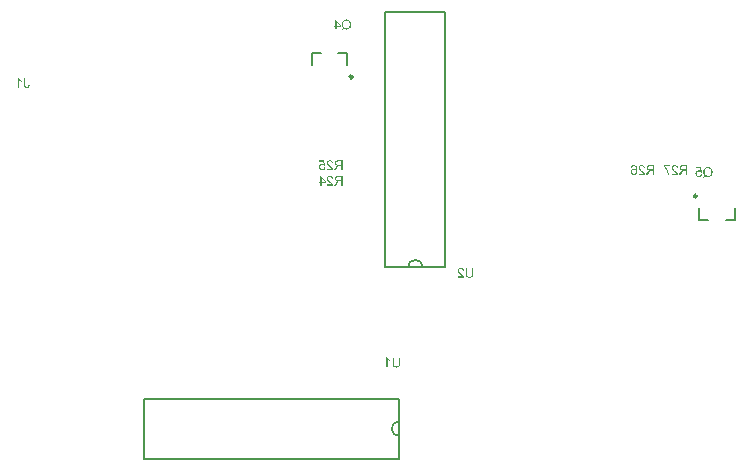
<source format=gbo>
G04*
G04 #@! TF.GenerationSoftware,Altium Limited,CircuitMaker,2.2.1 (2.2.1.6)*
G04*
G04 Layer_Color=13813960*
%FSLAX25Y25*%
%MOIN*%
G70*
G04*
G04 #@! TF.SameCoordinates,7D6918CB-AAF1-45DD-B34D-4DF02806F7BC*
G04*
G04*
G04 #@! TF.FilePolarity,Positive*
G04*
G01*
G75*
%ADD10C,0.00984*%
%ADD11C,0.00787*%
%ADD56C,0.00800*%
G36*
X276554Y128411D02*
X276635Y128406D01*
X276710Y128392D01*
X276781Y128377D01*
X276847Y128359D01*
X276909Y128340D01*
X276966Y128316D01*
X277018Y128292D01*
X277065Y128269D01*
X277103Y128245D01*
X277136Y128226D01*
X277164Y128207D01*
X277188Y128193D01*
X277202Y128179D01*
X277211Y128174D01*
X277216Y128169D01*
X277264Y128122D01*
X277306Y128070D01*
X277349Y128013D01*
X277382Y127956D01*
X277439Y127843D01*
X277476Y127729D01*
X277491Y127677D01*
X277505Y127625D01*
X277514Y127583D01*
X277524Y127545D01*
X277529Y127512D01*
Y127488D01*
X277533Y127474D01*
Y127469D01*
X277122Y127427D01*
X277112Y127535D01*
X277093Y127630D01*
X277065Y127715D01*
X277032Y127781D01*
X277003Y127838D01*
X276975Y127876D01*
X276956Y127900D01*
X276947Y127909D01*
X276876Y127966D01*
X276800Y128008D01*
X276720Y128042D01*
X276649Y128061D01*
X276583Y128075D01*
X276526Y128079D01*
X276507Y128084D01*
X276478D01*
X276379Y128079D01*
X276289Y128061D01*
X276214Y128032D01*
X276147Y128004D01*
X276095Y127971D01*
X276062Y127947D01*
X276039Y127928D01*
X276029Y127919D01*
X275972Y127852D01*
X275930Y127786D01*
X275897Y127720D01*
X275878Y127654D01*
X275864Y127602D01*
X275859Y127555D01*
X275854Y127526D01*
Y127521D01*
Y127517D01*
X275864Y127431D01*
X275882Y127342D01*
X275916Y127261D01*
X275949Y127185D01*
X275987Y127124D01*
X276020Y127072D01*
X276029Y127053D01*
X276039Y127039D01*
X276048Y127034D01*
Y127029D01*
X276086Y126977D01*
X276133Y126925D01*
X276185Y126869D01*
X276242Y126812D01*
X276360Y126698D01*
X276478Y126585D01*
X276540Y126533D01*
X276592Y126486D01*
X276644Y126443D01*
X276687Y126405D01*
X276720Y126377D01*
X276748Y126353D01*
X276767Y126339D01*
X276772Y126334D01*
X276890Y126235D01*
X276999Y126140D01*
X277089Y126055D01*
X277160Y125984D01*
X277221Y125923D01*
X277264Y125880D01*
X277287Y125852D01*
X277297Y125847D01*
Y125842D01*
X277363Y125762D01*
X277415Y125686D01*
X277462Y125610D01*
X277500Y125544D01*
X277529Y125487D01*
X277547Y125445D01*
X277557Y125417D01*
X277562Y125412D01*
Y125407D01*
X277580Y125355D01*
X277590Y125308D01*
X277599Y125260D01*
X277604Y125218D01*
X277609Y125180D01*
Y125152D01*
Y125133D01*
Y125128D01*
X275438D01*
Y125516D01*
X277051D01*
X276994Y125596D01*
X276966Y125629D01*
X276942Y125663D01*
X276918Y125691D01*
X276899Y125710D01*
X276885Y125724D01*
X276880Y125729D01*
X276857Y125752D01*
X276828Y125776D01*
X276762Y125838D01*
X276687Y125908D01*
X276606Y125979D01*
X276530Y126041D01*
X276497Y126069D01*
X276469Y126098D01*
X276445Y126117D01*
X276426Y126131D01*
X276417Y126140D01*
X276412Y126145D01*
X276337Y126211D01*
X276261Y126273D01*
X276195Y126334D01*
X276133Y126386D01*
X276076Y126438D01*
X276029Y126486D01*
X275982Y126528D01*
X275944Y126566D01*
X275906Y126604D01*
X275878Y126632D01*
X275854Y126656D01*
X275830Y126679D01*
X275807Y126708D01*
X275797Y126717D01*
X275731Y126798D01*
X275674Y126869D01*
X275627Y126940D01*
X275589Y126996D01*
X275561Y127048D01*
X275542Y127086D01*
X275532Y127110D01*
X275528Y127119D01*
X275499Y127190D01*
X275480Y127261D01*
X275461Y127327D01*
X275452Y127384D01*
X275447Y127436D01*
X275443Y127474D01*
Y127498D01*
Y127507D01*
X275447Y127578D01*
X275457Y127644D01*
X275466Y127711D01*
X275485Y127767D01*
X275532Y127881D01*
X275580Y127971D01*
X275608Y128013D01*
X275632Y128046D01*
X275655Y128079D01*
X275679Y128103D01*
X275698Y128122D01*
X275707Y128141D01*
X275717Y128146D01*
X275722Y128150D01*
X275774Y128198D01*
X275830Y128240D01*
X275892Y128273D01*
X275953Y128302D01*
X276076Y128349D01*
X276199Y128382D01*
X276251Y128392D01*
X276303Y128401D01*
X276351Y128406D01*
X276389Y128411D01*
X276422Y128415D01*
X276469D01*
X276554Y128411D01*
D02*
G37*
G36*
X280683Y125128D02*
X280248D01*
Y126580D01*
X279690D01*
X279638Y126575D01*
X279600D01*
X279567Y126571D01*
X279543Y126566D01*
X279524D01*
X279515Y126561D01*
X279510D01*
X279435Y126538D01*
X279401Y126523D01*
X279373Y126509D01*
X279345Y126495D01*
X279326Y126486D01*
X279316Y126481D01*
X279312Y126476D01*
X279274Y126448D01*
X279236Y126415D01*
X279165Y126344D01*
X279132Y126311D01*
X279108Y126282D01*
X279094Y126263D01*
X279089Y126258D01*
X279042Y126192D01*
X278990Y126121D01*
X278938Y126046D01*
X278886Y125975D01*
X278843Y125908D01*
X278810Y125856D01*
X278796Y125838D01*
X278787Y125823D01*
X278777Y125814D01*
Y125809D01*
X278347Y125128D01*
X277807D01*
X278370Y126017D01*
X278437Y126112D01*
X278498Y126197D01*
X278560Y126268D01*
X278612Y126334D01*
X278659Y126381D01*
X278697Y126419D01*
X278720Y126443D01*
X278730Y126452D01*
X278768Y126481D01*
X278810Y126514D01*
X278895Y126566D01*
X278933Y126585D01*
X278962Y126604D01*
X278981Y126613D01*
X278990Y126618D01*
X278905Y126632D01*
X278824Y126646D01*
X278753Y126670D01*
X278683Y126689D01*
X278621Y126713D01*
X278564Y126741D01*
X278512Y126765D01*
X278465Y126788D01*
X278427Y126817D01*
X278389Y126840D01*
X278361Y126859D01*
X278337Y126878D01*
X278318Y126892D01*
X278304Y126907D01*
X278299Y126911D01*
X278295Y126916D01*
X278257Y126963D01*
X278219Y127011D01*
X278162Y127110D01*
X278124Y127209D01*
X278096Y127304D01*
X278077Y127384D01*
X278072Y127417D01*
Y127450D01*
X278068Y127474D01*
Y127493D01*
Y127502D01*
Y127507D01*
X278072Y127606D01*
X278087Y127696D01*
X278110Y127781D01*
X278134Y127852D01*
X278162Y127914D01*
X278181Y127961D01*
X278200Y127990D01*
X278205Y127994D01*
Y127999D01*
X278262Y128075D01*
X278318Y128141D01*
X278380Y128198D01*
X278437Y128240D01*
X278489Y128273D01*
X278531Y128292D01*
X278560Y128306D01*
X278564Y128311D01*
X278569D01*
X278612Y128325D01*
X278664Y128340D01*
X278768Y128363D01*
X278881Y128377D01*
X278985Y128392D01*
X279085Y128396D01*
X279127D01*
X279165Y128401D01*
X280683D01*
Y125128D01*
D02*
G37*
G36*
X274979Y127971D02*
X273376D01*
X273489Y127833D01*
X273598Y127687D01*
X273692Y127545D01*
X273782Y127408D01*
X273820Y127346D01*
X273853Y127290D01*
X273886Y127238D01*
X273910Y127195D01*
X273929Y127157D01*
X273943Y127134D01*
X273953Y127115D01*
X273957Y127110D01*
X274052Y126921D01*
X274137Y126731D01*
X274208Y126552D01*
X274236Y126471D01*
X274265Y126391D01*
X274293Y126320D01*
X274312Y126254D01*
X274331Y126197D01*
X274345Y126150D01*
X274359Y126107D01*
X274369Y126079D01*
X274374Y126060D01*
Y126055D01*
X274421Y125861D01*
X274440Y125767D01*
X274454Y125681D01*
X274468Y125601D01*
X274482Y125521D01*
X274492Y125454D01*
X274501Y125388D01*
X274506Y125331D01*
X274511Y125279D01*
X274515Y125232D01*
Y125194D01*
X274520Y125166D01*
Y125147D01*
Y125133D01*
Y125128D01*
X274109D01*
X274095Y125308D01*
X274071Y125473D01*
X274047Y125625D01*
X274033Y125696D01*
X274019Y125762D01*
X274009Y125819D01*
X273995Y125871D01*
X273986Y125918D01*
X273976Y125956D01*
X273967Y125984D01*
X273962Y126008D01*
X273957Y126022D01*
Y126027D01*
X273886Y126244D01*
X273811Y126448D01*
X273773Y126547D01*
X273735Y126642D01*
X273692Y126727D01*
X273655Y126812D01*
X273622Y126888D01*
X273588Y126954D01*
X273560Y127011D01*
X273536Y127063D01*
X273513Y127105D01*
X273499Y127134D01*
X273489Y127152D01*
X273484Y127157D01*
X273428Y127257D01*
X273371Y127356D01*
X273314Y127446D01*
X273257Y127531D01*
X273205Y127606D01*
X273153Y127682D01*
X273101Y127748D01*
X273059Y127805D01*
X273016Y127862D01*
X272978Y127909D01*
X272940Y127947D01*
X272912Y127980D01*
X272893Y128008D01*
X272874Y128027D01*
X272865Y128037D01*
X272860Y128042D01*
Y128359D01*
X274979D01*
Y127971D01*
D02*
G37*
G36*
X265530Y128439D02*
X265611Y128434D01*
X265686Y128420D01*
X265757Y128406D01*
X265824Y128387D01*
X265885Y128368D01*
X265942Y128344D01*
X265994Y128321D01*
X266041Y128297D01*
X266079Y128273D01*
X266112Y128254D01*
X266141Y128236D01*
X266164Y128221D01*
X266178Y128207D01*
X266188Y128202D01*
X266193Y128198D01*
X266240Y128150D01*
X266283Y128098D01*
X266325Y128042D01*
X266358Y127985D01*
X266415Y127871D01*
X266453Y127758D01*
X266467Y127706D01*
X266481Y127654D01*
X266491Y127611D01*
X266500Y127573D01*
X266505Y127540D01*
Y127517D01*
X266510Y127502D01*
Y127498D01*
X266098Y127455D01*
X266089Y127564D01*
X266070Y127658D01*
X266041Y127744D01*
X266008Y127810D01*
X265980Y127867D01*
X265951Y127904D01*
X265932Y127928D01*
X265923Y127938D01*
X265852Y127994D01*
X265776Y128037D01*
X265696Y128070D01*
X265625Y128089D01*
X265559Y128103D01*
X265502Y128108D01*
X265483Y128113D01*
X265455D01*
X265355Y128108D01*
X265266Y128089D01*
X265190Y128061D01*
X265124Y128032D01*
X265072Y127999D01*
X265038Y127975D01*
X265015Y127956D01*
X265005Y127947D01*
X264949Y127881D01*
X264906Y127815D01*
X264873Y127748D01*
X264854Y127682D01*
X264840Y127630D01*
X264835Y127583D01*
X264830Y127555D01*
Y127550D01*
Y127545D01*
X264840Y127460D01*
X264859Y127370D01*
X264892Y127290D01*
X264925Y127214D01*
X264963Y127152D01*
X264996Y127100D01*
X265005Y127082D01*
X265015Y127067D01*
X265024Y127063D01*
Y127058D01*
X265062Y127006D01*
X265109Y126954D01*
X265161Y126897D01*
X265218Y126840D01*
X265336Y126727D01*
X265455Y126613D01*
X265516Y126561D01*
X265568Y126514D01*
X265620Y126471D01*
X265663Y126434D01*
X265696Y126405D01*
X265724Y126381D01*
X265743Y126367D01*
X265748Y126363D01*
X265866Y126263D01*
X265975Y126169D01*
X266065Y126083D01*
X266136Y126013D01*
X266197Y125951D01*
X266240Y125908D01*
X266264Y125880D01*
X266273Y125875D01*
Y125871D01*
X266339Y125790D01*
X266391Y125715D01*
X266439Y125639D01*
X266476Y125573D01*
X266505Y125516D01*
X266524Y125473D01*
X266533Y125445D01*
X266538Y125440D01*
Y125435D01*
X266557Y125383D01*
X266566Y125336D01*
X266576Y125289D01*
X266581Y125246D01*
X266585Y125208D01*
Y125180D01*
Y125161D01*
Y125156D01*
X264414D01*
Y125544D01*
X266027D01*
X265970Y125625D01*
X265942Y125658D01*
X265918Y125691D01*
X265895Y125719D01*
X265876Y125738D01*
X265862Y125752D01*
X265857Y125757D01*
X265833Y125781D01*
X265805Y125804D01*
X265739Y125866D01*
X265663Y125937D01*
X265582Y126008D01*
X265507Y126069D01*
X265474Y126098D01*
X265445Y126126D01*
X265422Y126145D01*
X265403Y126159D01*
X265393Y126169D01*
X265388Y126173D01*
X265313Y126240D01*
X265237Y126301D01*
X265171Y126363D01*
X265109Y126415D01*
X265053Y126467D01*
X265005Y126514D01*
X264958Y126556D01*
X264920Y126594D01*
X264882Y126632D01*
X264854Y126661D01*
X264830Y126684D01*
X264807Y126708D01*
X264783Y126736D01*
X264774Y126746D01*
X264707Y126826D01*
X264651Y126897D01*
X264603Y126968D01*
X264565Y127025D01*
X264537Y127077D01*
X264518Y127115D01*
X264509Y127138D01*
X264504Y127148D01*
X264476Y127219D01*
X264457Y127290D01*
X264438Y127356D01*
X264428Y127413D01*
X264424Y127465D01*
X264419Y127502D01*
Y127526D01*
Y127535D01*
X264424Y127606D01*
X264433Y127673D01*
X264442Y127739D01*
X264461Y127796D01*
X264509Y127909D01*
X264556Y127999D01*
X264584Y128042D01*
X264608Y128075D01*
X264632Y128108D01*
X264655Y128131D01*
X264674Y128150D01*
X264684Y128169D01*
X264693Y128174D01*
X264698Y128179D01*
X264750Y128226D01*
X264807Y128269D01*
X264868Y128302D01*
X264930Y128330D01*
X265053Y128377D01*
X265176Y128411D01*
X265228Y128420D01*
X265280Y128429D01*
X265327Y128434D01*
X265365Y128439D01*
X265398Y128444D01*
X265445D01*
X265530Y128439D01*
D02*
G37*
G36*
X262919D02*
X263009Y128429D01*
X263094Y128411D01*
X263175Y128387D01*
X263246Y128354D01*
X263317Y128325D01*
X263378Y128288D01*
X263435Y128254D01*
X263482Y128221D01*
X263530Y128184D01*
X263567Y128155D01*
X263596Y128127D01*
X263619Y128098D01*
X263638Y128079D01*
X263648Y128070D01*
X263653Y128065D01*
X263714Y127980D01*
X263766Y127881D01*
X263813Y127777D01*
X263856Y127668D01*
X263889Y127555D01*
X263917Y127441D01*
X263941Y127323D01*
X263960Y127214D01*
X263974Y127105D01*
X263984Y127006D01*
X263993Y126916D01*
X263998Y126840D01*
Y126774D01*
X264003Y126727D01*
Y126708D01*
Y126694D01*
Y126689D01*
Y126684D01*
X263998Y126533D01*
X263988Y126391D01*
X263974Y126258D01*
X263951Y126136D01*
X263927Y126027D01*
X263903Y125927D01*
X263875Y125838D01*
X263842Y125757D01*
X263813Y125691D01*
X263785Y125629D01*
X263761Y125582D01*
X263733Y125540D01*
X263714Y125506D01*
X263700Y125487D01*
X263690Y125473D01*
X263686Y125469D01*
X263624Y125402D01*
X263558Y125346D01*
X263492Y125298D01*
X263426Y125256D01*
X263355Y125218D01*
X263288Y125189D01*
X263222Y125166D01*
X263156Y125147D01*
X263099Y125133D01*
X263042Y125119D01*
X262995Y125109D01*
X262953Y125104D01*
X262915D01*
X262891Y125100D01*
X262867D01*
X262759Y125104D01*
X262659Y125123D01*
X262569Y125142D01*
X262489Y125171D01*
X262428Y125194D01*
X262380Y125218D01*
X262361Y125223D01*
X262347Y125232D01*
X262342Y125237D01*
X262338D01*
X262257Y125294D01*
X262182Y125360D01*
X262120Y125426D01*
X262068Y125492D01*
X262025Y125554D01*
X261997Y125601D01*
X261988Y125620D01*
X261978Y125634D01*
X261974Y125639D01*
Y125644D01*
X261926Y125743D01*
X261893Y125847D01*
X261869Y125942D01*
X261855Y126031D01*
X261841Y126107D01*
Y126136D01*
X261836Y126164D01*
Y126188D01*
Y126202D01*
Y126211D01*
Y126216D01*
X261841Y126301D01*
X261851Y126381D01*
X261865Y126462D01*
X261879Y126533D01*
X261902Y126599D01*
X261926Y126665D01*
X261950Y126722D01*
X261978Y126774D01*
X262007Y126821D01*
X262030Y126864D01*
X262054Y126897D01*
X262078Y126930D01*
X262092Y126954D01*
X262106Y126968D01*
X262115Y126977D01*
X262120Y126982D01*
X262172Y127034D01*
X262229Y127082D01*
X262290Y127119D01*
X262347Y127152D01*
X262404Y127185D01*
X262461Y127209D01*
X262569Y127242D01*
X262617Y127257D01*
X262664Y127266D01*
X262702Y127271D01*
X262740Y127275D01*
X262768Y127280D01*
X262806D01*
X262891Y127275D01*
X262971Y127261D01*
X263047Y127247D01*
X263113Y127228D01*
X263170Y127204D01*
X263213Y127190D01*
X263241Y127176D01*
X263246Y127171D01*
X263251D01*
X263326Y127124D01*
X263392Y127072D01*
X263454Y127020D01*
X263501Y126963D01*
X263544Y126916D01*
X263577Y126878D01*
X263596Y126850D01*
X263601Y126845D01*
Y126930D01*
X263596Y127015D01*
X263591Y127091D01*
X263582Y127167D01*
X263577Y127233D01*
X263567Y127294D01*
X263558Y127351D01*
X263544Y127403D01*
X263534Y127450D01*
X263525Y127488D01*
X263515Y127521D01*
X263511Y127550D01*
X263501Y127569D01*
X263496Y127583D01*
X263492Y127592D01*
Y127597D01*
X263444Y127692D01*
X263397Y127777D01*
X263345Y127843D01*
X263298Y127900D01*
X263255Y127947D01*
X263222Y127980D01*
X263199Y127999D01*
X263189Y128004D01*
X263132Y128042D01*
X263076Y128065D01*
X263019Y128084D01*
X262962Y128098D01*
X262919Y128108D01*
X262882Y128113D01*
X262848D01*
X262763Y128103D01*
X262683Y128084D01*
X262617Y128056D01*
X262555Y128027D01*
X262508Y127994D01*
X262475Y127966D01*
X262456Y127947D01*
X262446Y127938D01*
X262413Y127895D01*
X262380Y127843D01*
X262352Y127786D01*
X262333Y127729D01*
X262314Y127677D01*
X262300Y127635D01*
X262295Y127606D01*
X262290Y127602D01*
Y127597D01*
X261888Y127630D01*
X261917Y127763D01*
X261959Y127881D01*
X262007Y127985D01*
X262059Y128070D01*
X262111Y128136D01*
X262130Y128165D01*
X262153Y128188D01*
X262167Y128202D01*
X262182Y128217D01*
X262186Y128221D01*
X262191Y128226D01*
X262238Y128264D01*
X262290Y128297D01*
X262394Y128354D01*
X262498Y128392D01*
X262598Y128415D01*
X262688Y128434D01*
X262726Y128439D01*
X262759D01*
X262787Y128444D01*
X262825D01*
X262919Y128439D01*
D02*
G37*
G36*
X269660Y125156D02*
X269225D01*
Y126609D01*
X268666D01*
X268614Y126604D01*
X268577D01*
X268544Y126599D01*
X268520Y126594D01*
X268501D01*
X268491Y126590D01*
X268487D01*
X268411Y126566D01*
X268378Y126552D01*
X268350Y126538D01*
X268321Y126523D01*
X268302Y126514D01*
X268293Y126509D01*
X268288Y126504D01*
X268250Y126476D01*
X268212Y126443D01*
X268141Y126372D01*
X268108Y126339D01*
X268085Y126311D01*
X268071Y126292D01*
X268066Y126287D01*
X268018Y126221D01*
X267966Y126150D01*
X267914Y126074D01*
X267862Y126003D01*
X267820Y125937D01*
X267787Y125885D01*
X267773Y125866D01*
X267763Y125852D01*
X267754Y125842D01*
Y125838D01*
X267323Y125156D01*
X266784D01*
X267347Y126046D01*
X267413Y126140D01*
X267475Y126225D01*
X267536Y126296D01*
X267588Y126363D01*
X267635Y126410D01*
X267673Y126448D01*
X267697Y126471D01*
X267706Y126481D01*
X267744Y126509D01*
X267787Y126542D01*
X267872Y126594D01*
X267910Y126613D01*
X267938Y126632D01*
X267957Y126642D01*
X267966Y126646D01*
X267881Y126661D01*
X267801Y126675D01*
X267730Y126698D01*
X267659Y126717D01*
X267598Y126741D01*
X267541Y126769D01*
X267489Y126793D01*
X267441Y126817D01*
X267404Y126845D01*
X267366Y126869D01*
X267337Y126888D01*
X267314Y126907D01*
X267295Y126921D01*
X267281Y126935D01*
X267276Y126940D01*
X267271Y126944D01*
X267233Y126992D01*
X267195Y127039D01*
X267139Y127138D01*
X267101Y127238D01*
X267072Y127332D01*
X267054Y127413D01*
X267049Y127446D01*
Y127479D01*
X267044Y127502D01*
Y127521D01*
Y127531D01*
Y127535D01*
X267049Y127635D01*
X267063Y127725D01*
X267087Y127810D01*
X267110Y127881D01*
X267139Y127942D01*
X267158Y127990D01*
X267177Y128018D01*
X267181Y128023D01*
Y128027D01*
X267238Y128103D01*
X267295Y128169D01*
X267356Y128226D01*
X267413Y128269D01*
X267465Y128302D01*
X267508Y128321D01*
X267536Y128335D01*
X267541Y128340D01*
X267545D01*
X267588Y128354D01*
X267640Y128368D01*
X267744Y128392D01*
X267858Y128406D01*
X267962Y128420D01*
X268061Y128425D01*
X268104D01*
X268141Y128429D01*
X269660D01*
Y125156D01*
D02*
G37*
G36*
X161605Y130014D02*
X161686Y130009D01*
X161761Y129995D01*
X161832Y129981D01*
X161899Y129962D01*
X161960Y129943D01*
X162017Y129919D01*
X162069Y129895D01*
X162116Y129872D01*
X162154Y129848D01*
X162187Y129829D01*
X162215Y129810D01*
X162239Y129796D01*
X162253Y129782D01*
X162263Y129777D01*
X162267Y129773D01*
X162315Y129725D01*
X162357Y129673D01*
X162400Y129616D01*
X162433Y129560D01*
X162490Y129446D01*
X162528Y129333D01*
X162542Y129281D01*
X162556Y129229D01*
X162566Y129186D01*
X162575Y129148D01*
X162580Y129115D01*
Y129091D01*
X162584Y129077D01*
Y129072D01*
X162173Y129030D01*
X162163Y129139D01*
X162144Y129233D01*
X162116Y129318D01*
X162083Y129385D01*
X162055Y129441D01*
X162026Y129479D01*
X162007Y129503D01*
X161998Y129512D01*
X161927Y129569D01*
X161851Y129612D01*
X161771Y129645D01*
X161700Y129664D01*
X161634Y129678D01*
X161577Y129683D01*
X161558Y129687D01*
X161530D01*
X161430Y129683D01*
X161340Y129664D01*
X161265Y129635D01*
X161198Y129607D01*
X161146Y129574D01*
X161113Y129550D01*
X161090Y129531D01*
X161080Y129522D01*
X161023Y129456D01*
X160981Y129389D01*
X160948Y129323D01*
X160929Y129257D01*
X160915Y129205D01*
X160910Y129158D01*
X160905Y129129D01*
Y129124D01*
Y129120D01*
X160915Y129035D01*
X160934Y128945D01*
X160967Y128864D01*
X161000Y128789D01*
X161038Y128727D01*
X161071Y128675D01*
X161080Y128656D01*
X161090Y128642D01*
X161099Y128637D01*
Y128633D01*
X161137Y128581D01*
X161184Y128529D01*
X161236Y128472D01*
X161293Y128415D01*
X161411Y128302D01*
X161530Y128188D01*
X161591Y128136D01*
X161643Y128089D01*
X161695Y128046D01*
X161738Y128008D01*
X161771Y127980D01*
X161799Y127956D01*
X161818Y127942D01*
X161823Y127937D01*
X161941Y127838D01*
X162050Y127743D01*
X162140Y127658D01*
X162211Y127587D01*
X162272Y127526D01*
X162315Y127483D01*
X162338Y127455D01*
X162348Y127450D01*
Y127445D01*
X162414Y127365D01*
X162466Y127289D01*
X162513Y127214D01*
X162551Y127147D01*
X162580Y127091D01*
X162599Y127048D01*
X162608Y127020D01*
X162613Y127015D01*
Y127010D01*
X162632Y126958D01*
X162641Y126911D01*
X162651Y126864D01*
X162655Y126821D01*
X162660Y126783D01*
Y126755D01*
Y126736D01*
Y126731D01*
X160489D01*
Y127119D01*
X162102D01*
X162045Y127199D01*
X162017Y127233D01*
X161993Y127266D01*
X161969Y127294D01*
X161951Y127313D01*
X161936Y127327D01*
X161932Y127332D01*
X161908Y127356D01*
X161880Y127379D01*
X161813Y127441D01*
X161738Y127512D01*
X161657Y127583D01*
X161582Y127644D01*
X161548Y127672D01*
X161520Y127701D01*
X161496Y127720D01*
X161477Y127734D01*
X161468Y127743D01*
X161463Y127748D01*
X161388Y127814D01*
X161312Y127876D01*
X161246Y127937D01*
X161184Y127989D01*
X161127Y128041D01*
X161080Y128089D01*
X161033Y128131D01*
X160995Y128169D01*
X160957Y128207D01*
X160929Y128235D01*
X160905Y128259D01*
X160882Y128283D01*
X160858Y128311D01*
X160848Y128321D01*
X160782Y128401D01*
X160725Y128472D01*
X160678Y128543D01*
X160640Y128600D01*
X160612Y128651D01*
X160593Y128689D01*
X160584Y128713D01*
X160579Y128723D01*
X160550Y128794D01*
X160531Y128864D01*
X160513Y128931D01*
X160503Y128987D01*
X160498Y129039D01*
X160494Y129077D01*
Y129101D01*
Y129110D01*
X160498Y129181D01*
X160508Y129247D01*
X160517Y129314D01*
X160536Y129370D01*
X160584Y129484D01*
X160631Y129574D01*
X160659Y129616D01*
X160683Y129650D01*
X160707Y129683D01*
X160730Y129706D01*
X160749Y129725D01*
X160759Y129744D01*
X160768Y129749D01*
X160773Y129754D01*
X160825Y129801D01*
X160882Y129843D01*
X160943Y129877D01*
X161004Y129905D01*
X161127Y129952D01*
X161250Y129985D01*
X161302Y129995D01*
X161355Y130004D01*
X161402Y130009D01*
X161440Y130014D01*
X161473Y130018D01*
X161520D01*
X161605Y130014D01*
D02*
G37*
G36*
X159988Y128278D02*
X159609Y128226D01*
X159576Y128278D01*
X159534Y128321D01*
X159496Y128363D01*
X159458Y128396D01*
X159420Y128420D01*
X159392Y128443D01*
X159373Y128453D01*
X159368Y128458D01*
X159307Y128486D01*
X159245Y128510D01*
X159188Y128524D01*
X159132Y128538D01*
X159084Y128543D01*
X159046Y128548D01*
X158957D01*
X158900Y128538D01*
X158800Y128514D01*
X158715Y128481D01*
X158640Y128448D01*
X158583Y128410D01*
X158540Y128377D01*
X158517Y128354D01*
X158507Y128349D01*
Y128344D01*
X158441Y128264D01*
X158394Y128179D01*
X158361Y128089D01*
X158337Y127999D01*
X158323Y127923D01*
X158318Y127890D01*
Y127862D01*
X158313Y127838D01*
Y127819D01*
Y127810D01*
Y127805D01*
Y127739D01*
X158323Y127677D01*
X158346Y127559D01*
X158379Y127460D01*
X158413Y127379D01*
X158450Y127313D01*
X158484Y127261D01*
X158498Y127247D01*
X158507Y127233D01*
X158512Y127228D01*
X158517Y127223D01*
X158554Y127185D01*
X158592Y127152D01*
X158677Y127095D01*
X158758Y127058D01*
X158838Y127034D01*
X158904Y127015D01*
X158961Y127010D01*
X158980Y127006D01*
X159009D01*
X159098Y127010D01*
X159179Y127029D01*
X159250Y127053D01*
X159307Y127081D01*
X159359Y127110D01*
X159396Y127133D01*
X159415Y127152D01*
X159425Y127157D01*
X159482Y127223D01*
X159529Y127294D01*
X159567Y127374D01*
X159595Y127445D01*
X159614Y127516D01*
X159628Y127568D01*
X159633Y127592D01*
X159638Y127606D01*
Y127616D01*
Y127620D01*
X160058Y127587D01*
X160049Y127512D01*
X160035Y127441D01*
X159992Y127308D01*
X159940Y127195D01*
X159912Y127143D01*
X159883Y127100D01*
X159860Y127058D01*
X159832Y127020D01*
X159808Y126991D01*
X159784Y126968D01*
X159765Y126949D01*
X159756Y126930D01*
X159746Y126925D01*
X159742Y126920D01*
X159685Y126878D01*
X159628Y126840D01*
X159567Y126807D01*
X159505Y126778D01*
X159387Y126736D01*
X159269Y126707D01*
X159217Y126693D01*
X159165Y126689D01*
X159122Y126684D01*
X159084Y126679D01*
X159051Y126674D01*
X159009D01*
X158909Y126679D01*
X158815Y126693D01*
X158725Y126712D01*
X158644Y126736D01*
X158569Y126769D01*
X158498Y126802D01*
X158431Y126835D01*
X158375Y126873D01*
X158323Y126911D01*
X158275Y126944D01*
X158238Y126982D01*
X158204Y127010D01*
X158181Y127034D01*
X158162Y127053D01*
X158152Y127067D01*
X158148Y127072D01*
X158100Y127133D01*
X158063Y127199D01*
X158025Y127261D01*
X157996Y127327D01*
X157949Y127455D01*
X157921Y127578D01*
X157911Y127630D01*
X157902Y127682D01*
X157897Y127725D01*
X157892Y127762D01*
X157887Y127795D01*
Y127819D01*
Y127833D01*
Y127838D01*
X157892Y127923D01*
X157902Y128004D01*
X157916Y128084D01*
X157935Y128155D01*
X157958Y128221D01*
X157982Y128287D01*
X158010Y128344D01*
X158034Y128396D01*
X158063Y128443D01*
X158091Y128486D01*
X158115Y128519D01*
X158138Y128552D01*
X158157Y128576D01*
X158171Y128590D01*
X158181Y128600D01*
X158186Y128604D01*
X158242Y128656D01*
X158299Y128704D01*
X158361Y128741D01*
X158422Y128774D01*
X158484Y128808D01*
X158545Y128831D01*
X158659Y128864D01*
X158711Y128879D01*
X158758Y128888D01*
X158800Y128893D01*
X158838Y128898D01*
X158867Y128902D01*
X158971D01*
X159027Y128893D01*
X159141Y128869D01*
X159245Y128836D01*
X159340Y128798D01*
X159415Y128760D01*
X159448Y128741D01*
X159477Y128727D01*
X159500Y128713D01*
X159515Y128704D01*
X159524Y128699D01*
X159529Y128694D01*
X159354Y129579D01*
X158044D01*
Y129962D01*
X159671D01*
X159988Y128278D01*
D02*
G37*
G36*
X165735Y126731D02*
X165299D01*
Y128183D01*
X164741D01*
X164689Y128179D01*
X164651D01*
X164618Y128174D01*
X164595Y128169D01*
X164576D01*
X164566Y128164D01*
X164561D01*
X164486Y128141D01*
X164453Y128127D01*
X164424Y128112D01*
X164396Y128098D01*
X164377Y128089D01*
X164368Y128084D01*
X164363Y128079D01*
X164325Y128051D01*
X164287Y128018D01*
X164216Y127947D01*
X164183Y127914D01*
X164160Y127885D01*
X164145Y127866D01*
X164140Y127862D01*
X164093Y127795D01*
X164041Y127725D01*
X163989Y127649D01*
X163937Y127578D01*
X163895Y127512D01*
X163862Y127460D01*
X163847Y127441D01*
X163838Y127427D01*
X163828Y127417D01*
Y127412D01*
X163398Y126731D01*
X162859D01*
X163422Y127620D01*
X163488Y127715D01*
X163549Y127800D01*
X163611Y127871D01*
X163663Y127937D01*
X163710Y127985D01*
X163748Y128023D01*
X163772Y128046D01*
X163781Y128056D01*
X163819Y128084D01*
X163862Y128117D01*
X163947Y128169D01*
X163984Y128188D01*
X164013Y128207D01*
X164032Y128216D01*
X164041Y128221D01*
X163956Y128235D01*
X163876Y128250D01*
X163805Y128273D01*
X163734Y128292D01*
X163672Y128316D01*
X163616Y128344D01*
X163564Y128368D01*
X163516Y128391D01*
X163478Y128420D01*
X163441Y128443D01*
X163412Y128462D01*
X163389Y128481D01*
X163370Y128496D01*
X163355Y128510D01*
X163351Y128514D01*
X163346Y128519D01*
X163308Y128566D01*
X163270Y128614D01*
X163214Y128713D01*
X163176Y128812D01*
X163147Y128907D01*
X163128Y128987D01*
X163124Y129021D01*
Y129054D01*
X163119Y129077D01*
Y129096D01*
Y129106D01*
Y129110D01*
X163124Y129210D01*
X163138Y129300D01*
X163161Y129385D01*
X163185Y129456D01*
X163214Y129517D01*
X163232Y129564D01*
X163251Y129593D01*
X163256Y129598D01*
Y129602D01*
X163313Y129678D01*
X163370Y129744D01*
X163431Y129801D01*
X163488Y129843D01*
X163540Y129877D01*
X163582Y129895D01*
X163611Y129910D01*
X163616Y129914D01*
X163620D01*
X163663Y129929D01*
X163715Y129943D01*
X163819Y129966D01*
X163932Y129981D01*
X164037Y129995D01*
X164136Y130000D01*
X164178D01*
X164216Y130004D01*
X165735D01*
Y126731D01*
D02*
G37*
G36*
X161586Y124867D02*
X161667Y124863D01*
X161742Y124848D01*
X161813Y124834D01*
X161880Y124815D01*
X161941Y124796D01*
X161998Y124773D01*
X162050Y124749D01*
X162097Y124725D01*
X162135Y124702D01*
X162168Y124683D01*
X162197Y124664D01*
X162220Y124650D01*
X162234Y124636D01*
X162244Y124631D01*
X162249Y124626D01*
X162296Y124579D01*
X162338Y124527D01*
X162381Y124470D01*
X162414Y124413D01*
X162471Y124300D01*
X162509Y124186D01*
X162523Y124134D01*
X162537Y124082D01*
X162547Y124040D01*
X162556Y124002D01*
X162561Y123969D01*
Y123945D01*
X162566Y123931D01*
Y123926D01*
X162154Y123883D01*
X162144Y123992D01*
X162126Y124087D01*
X162097Y124172D01*
X162064Y124238D01*
X162036Y124295D01*
X162007Y124333D01*
X161988Y124356D01*
X161979Y124366D01*
X161908Y124423D01*
X161832Y124465D01*
X161752Y124498D01*
X161681Y124517D01*
X161615Y124531D01*
X161558Y124536D01*
X161539Y124541D01*
X161511D01*
X161411Y124536D01*
X161321Y124517D01*
X161246Y124489D01*
X161180Y124460D01*
X161127Y124427D01*
X161094Y124404D01*
X161071Y124385D01*
X161061Y124375D01*
X161004Y124309D01*
X160962Y124243D01*
X160929Y124177D01*
X160910Y124110D01*
X160896Y124058D01*
X160891Y124011D01*
X160886Y123983D01*
Y123978D01*
Y123973D01*
X160896Y123888D01*
X160915Y123798D01*
X160948Y123718D01*
X160981Y123642D01*
X161019Y123581D01*
X161052Y123529D01*
X161061Y123510D01*
X161071Y123496D01*
X161080Y123491D01*
Y123486D01*
X161118Y123434D01*
X161165Y123382D01*
X161217Y123325D01*
X161274Y123269D01*
X161392Y123155D01*
X161511Y123041D01*
X161572Y122989D01*
X161624Y122942D01*
X161676Y122900D01*
X161719Y122862D01*
X161752Y122833D01*
X161780Y122810D01*
X161799Y122796D01*
X161804Y122791D01*
X161922Y122692D01*
X162031Y122597D01*
X162121Y122512D01*
X162192Y122441D01*
X162253Y122379D01*
X162296Y122337D01*
X162320Y122308D01*
X162329Y122304D01*
Y122299D01*
X162395Y122219D01*
X162447Y122143D01*
X162495Y122067D01*
X162532Y122001D01*
X162561Y121944D01*
X162580Y121902D01*
X162589Y121873D01*
X162594Y121869D01*
Y121864D01*
X162613Y121812D01*
X162622Y121764D01*
X162632Y121717D01*
X162636Y121675D01*
X162641Y121637D01*
Y121608D01*
Y121589D01*
Y121585D01*
X160470D01*
Y121973D01*
X162083D01*
X162026Y122053D01*
X161998Y122086D01*
X161974Y122119D01*
X161951Y122148D01*
X161932Y122167D01*
X161917Y122181D01*
X161913Y122185D01*
X161889Y122209D01*
X161861Y122233D01*
X161794Y122294D01*
X161719Y122365D01*
X161638Y122436D01*
X161563Y122498D01*
X161530Y122526D01*
X161501Y122554D01*
X161477Y122573D01*
X161459Y122587D01*
X161449Y122597D01*
X161444Y122602D01*
X161369Y122668D01*
X161293Y122729D01*
X161227Y122791D01*
X161165Y122843D01*
X161109Y122895D01*
X161061Y122942D01*
X161014Y122985D01*
X160976Y123023D01*
X160938Y123060D01*
X160910Y123089D01*
X160886Y123112D01*
X160863Y123136D01*
X160839Y123164D01*
X160829Y123174D01*
X160763Y123254D01*
X160707Y123325D01*
X160659Y123396D01*
X160621Y123453D01*
X160593Y123505D01*
X160574Y123543D01*
X160565Y123567D01*
X160560Y123576D01*
X160531Y123647D01*
X160513Y123718D01*
X160494Y123784D01*
X160484Y123841D01*
X160479Y123893D01*
X160475Y123931D01*
Y123954D01*
Y123964D01*
X160479Y124035D01*
X160489Y124101D01*
X160498Y124167D01*
X160517Y124224D01*
X160565Y124337D01*
X160612Y124427D01*
X160640Y124470D01*
X160664Y124503D01*
X160688Y124536D01*
X160711Y124560D01*
X160730Y124579D01*
X160740Y124598D01*
X160749Y124602D01*
X160754Y124607D01*
X160806Y124654D01*
X160863Y124697D01*
X160924Y124730D01*
X160986Y124759D01*
X161109Y124806D01*
X161232Y124839D01*
X161284Y124848D01*
X161336Y124858D01*
X161383Y124863D01*
X161421Y124867D01*
X161454Y124872D01*
X161501D01*
X161586Y124867D01*
D02*
G37*
G36*
X165716Y121585D02*
X165280D01*
Y123037D01*
X164722D01*
X164670Y123032D01*
X164632D01*
X164599Y123027D01*
X164576Y123023D01*
X164557D01*
X164547Y123018D01*
X164543D01*
X164467Y122994D01*
X164434Y122980D01*
X164405Y122966D01*
X164377Y122952D01*
X164358Y122942D01*
X164349Y122938D01*
X164344Y122933D01*
X164306Y122904D01*
X164268Y122871D01*
X164197Y122800D01*
X164164Y122767D01*
X164140Y122739D01*
X164126Y122720D01*
X164122Y122715D01*
X164074Y122649D01*
X164022Y122578D01*
X163970Y122502D01*
X163918Y122431D01*
X163876Y122365D01*
X163843Y122313D01*
X163828Y122294D01*
X163819Y122280D01*
X163809Y122271D01*
Y122266D01*
X163379Y121585D01*
X162840D01*
X163403Y122474D01*
X163469Y122569D01*
X163530Y122654D01*
X163592Y122725D01*
X163644Y122791D01*
X163691Y122838D01*
X163729Y122876D01*
X163753Y122900D01*
X163762Y122909D01*
X163800Y122938D01*
X163843Y122971D01*
X163928Y123023D01*
X163965Y123041D01*
X163994Y123060D01*
X164013Y123070D01*
X164022Y123075D01*
X163937Y123089D01*
X163857Y123103D01*
X163786Y123127D01*
X163715Y123146D01*
X163653Y123169D01*
X163597Y123198D01*
X163545Y123221D01*
X163497Y123245D01*
X163459Y123273D01*
X163422Y123297D01*
X163393Y123316D01*
X163370Y123335D01*
X163351Y123349D01*
X163336Y123363D01*
X163332Y123368D01*
X163327Y123373D01*
X163289Y123420D01*
X163251Y123467D01*
X163195Y123567D01*
X163157Y123666D01*
X163128Y123760D01*
X163109Y123841D01*
X163105Y123874D01*
Y123907D01*
X163100Y123931D01*
Y123950D01*
Y123959D01*
Y123964D01*
X163105Y124063D01*
X163119Y124153D01*
X163143Y124238D01*
X163166Y124309D01*
X163195Y124371D01*
X163214Y124418D01*
X163232Y124446D01*
X163237Y124451D01*
Y124456D01*
X163294Y124531D01*
X163351Y124598D01*
X163412Y124654D01*
X163469Y124697D01*
X163521Y124730D01*
X163564Y124749D01*
X163592Y124763D01*
X163597Y124768D01*
X163601D01*
X163644Y124782D01*
X163696Y124796D01*
X163800Y124820D01*
X163914Y124834D01*
X164018Y124848D01*
X164117Y124853D01*
X164160D01*
X164197Y124858D01*
X165716D01*
Y121585D01*
D02*
G37*
G36*
X160177Y122739D02*
Y122370D01*
X158753D01*
Y121585D01*
X158351D01*
Y122370D01*
X157906D01*
Y122739D01*
X158351D01*
Y124858D01*
X158677D01*
X160177Y122739D01*
D02*
G37*
G36*
X285461Y125994D02*
X285083Y125942D01*
X285050Y125994D01*
X285007Y126036D01*
X284969Y126079D01*
X284931Y126112D01*
X284894Y126136D01*
X284865Y126159D01*
X284846Y126169D01*
X284842Y126173D01*
X284780Y126202D01*
X284719Y126225D01*
X284662Y126240D01*
X284605Y126254D01*
X284558Y126259D01*
X284520Y126263D01*
X284430D01*
X284373Y126254D01*
X284274Y126230D01*
X284189Y126197D01*
X284113Y126164D01*
X284056Y126126D01*
X284014Y126093D01*
X283990Y126069D01*
X283981Y126065D01*
Y126060D01*
X283915Y125979D01*
X283867Y125894D01*
X283834Y125804D01*
X283810Y125715D01*
X283796Y125639D01*
X283792Y125606D01*
Y125577D01*
X283787Y125554D01*
Y125535D01*
Y125525D01*
Y125521D01*
Y125454D01*
X283796Y125393D01*
X283820Y125275D01*
X283853Y125175D01*
X283886Y125095D01*
X283924Y125029D01*
X283957Y124977D01*
X283971Y124963D01*
X283981Y124948D01*
X283985Y124944D01*
X283990Y124939D01*
X284028Y124901D01*
X284066Y124868D01*
X284151Y124811D01*
X284231Y124773D01*
X284312Y124750D01*
X284378Y124731D01*
X284435Y124726D01*
X284454Y124721D01*
X284482D01*
X284572Y124726D01*
X284652Y124745D01*
X284723Y124769D01*
X284780Y124797D01*
X284832Y124825D01*
X284870Y124849D01*
X284889Y124868D01*
X284898Y124873D01*
X284955Y124939D01*
X285002Y125010D01*
X285040Y125090D01*
X285069Y125161D01*
X285088Y125232D01*
X285102Y125284D01*
X285107Y125308D01*
X285111Y125322D01*
Y125331D01*
Y125336D01*
X285532Y125303D01*
X285523Y125227D01*
X285509Y125156D01*
X285466Y125024D01*
X285414Y124910D01*
X285386Y124858D01*
X285357Y124816D01*
X285334Y124773D01*
X285305Y124735D01*
X285282Y124707D01*
X285258Y124683D01*
X285239Y124665D01*
X285229Y124646D01*
X285220Y124641D01*
X285215Y124636D01*
X285159Y124594D01*
X285102Y124556D01*
X285040Y124523D01*
X284979Y124494D01*
X284861Y124452D01*
X284742Y124423D01*
X284690Y124409D01*
X284638Y124404D01*
X284596Y124400D01*
X284558Y124395D01*
X284525Y124390D01*
X284482D01*
X284383Y124395D01*
X284288Y124409D01*
X284198Y124428D01*
X284118Y124452D01*
X284042Y124485D01*
X283971Y124518D01*
X283905Y124551D01*
X283848Y124589D01*
X283796Y124627D01*
X283749Y124660D01*
X283711Y124698D01*
X283678Y124726D01*
X283654Y124750D01*
X283635Y124769D01*
X283626Y124783D01*
X283621Y124788D01*
X283574Y124849D01*
X283536Y124915D01*
X283498Y124977D01*
X283470Y125043D01*
X283423Y125171D01*
X283394Y125294D01*
X283385Y125346D01*
X283375Y125398D01*
X283371Y125440D01*
X283366Y125478D01*
X283361Y125511D01*
Y125535D01*
Y125549D01*
Y125554D01*
X283366Y125639D01*
X283375Y125719D01*
X283390Y125800D01*
X283408Y125871D01*
X283432Y125937D01*
X283456Y126003D01*
X283484Y126060D01*
X283508Y126112D01*
X283536Y126159D01*
X283565Y126202D01*
X283588Y126235D01*
X283612Y126268D01*
X283631Y126292D01*
X283645Y126306D01*
X283654Y126315D01*
X283659Y126320D01*
X283716Y126372D01*
X283773Y126419D01*
X283834Y126457D01*
X283896Y126490D01*
X283957Y126523D01*
X284019Y126547D01*
X284132Y126580D01*
X284184Y126594D01*
X284231Y126604D01*
X284274Y126609D01*
X284312Y126613D01*
X284340Y126618D01*
X284444D01*
X284501Y126609D01*
X284615Y126585D01*
X284719Y126552D01*
X284813Y126514D01*
X284889Y126476D01*
X284922Y126457D01*
X284950Y126443D01*
X284974Y126429D01*
X284988Y126419D01*
X284998Y126415D01*
X285002Y126410D01*
X284827Y127295D01*
X283517D01*
Y127678D01*
X285144D01*
X285461Y125994D01*
D02*
G37*
G36*
X287680Y127768D02*
X287831Y127744D01*
X287968Y127711D01*
X288030Y127692D01*
X288091Y127673D01*
X288143Y127654D01*
X288191Y127635D01*
X288228Y127616D01*
X288262Y127602D01*
X288290Y127588D01*
X288309Y127578D01*
X288323Y127574D01*
X288328Y127569D01*
X288455Y127484D01*
X288564Y127384D01*
X288664Y127285D01*
X288739Y127190D01*
X288805Y127101D01*
X288829Y127063D01*
X288848Y127030D01*
X288867Y127001D01*
X288876Y126982D01*
X288881Y126968D01*
X288886Y126963D01*
X288952Y126812D01*
X288999Y126656D01*
X289033Y126509D01*
X289056Y126372D01*
X289066Y126311D01*
X289070Y126254D01*
X289075Y126202D01*
Y126159D01*
X289080Y126126D01*
Y126102D01*
Y126084D01*
Y126079D01*
X289070Y125904D01*
X289051Y125738D01*
X289033Y125658D01*
X289018Y125587D01*
X288999Y125521D01*
X288980Y125459D01*
X288966Y125402D01*
X288947Y125350D01*
X288928Y125308D01*
X288914Y125270D01*
X288905Y125242D01*
X288895Y125223D01*
X288886Y125208D01*
Y125204D01*
X288805Y125067D01*
X288716Y124948D01*
X288626Y124844D01*
X288536Y124759D01*
X288455Y124693D01*
X288422Y124665D01*
X288389Y124641D01*
X288366Y124627D01*
X288347Y124613D01*
X288337Y124608D01*
X288332Y124603D01*
X288262Y124565D01*
X288195Y124532D01*
X288053Y124480D01*
X287916Y124442D01*
X287793Y124419D01*
X287736Y124409D01*
X287684Y124400D01*
X287637Y124395D01*
X287599D01*
X287566Y124390D01*
X287524D01*
X287443Y124395D01*
X287363Y124400D01*
X287211Y124423D01*
X287074Y124457D01*
X287013Y124475D01*
X286956Y124494D01*
X286904Y124513D01*
X286857Y124527D01*
X286819Y124546D01*
X286781Y124560D01*
X286757Y124575D01*
X286734Y124584D01*
X286724Y124594D01*
X286719D01*
X286587Y124499D01*
X286459Y124414D01*
X286341Y124348D01*
X286237Y124291D01*
X286190Y124267D01*
X286147Y124248D01*
X286109Y124229D01*
X286076Y124215D01*
X286048Y124206D01*
X286029Y124196D01*
X286019Y124192D01*
X286015D01*
X285887Y124490D01*
X285982Y124532D01*
X286081Y124575D01*
X286175Y124627D01*
X286261Y124679D01*
X286332Y124721D01*
X286365Y124740D01*
X286388Y124759D01*
X286412Y124773D01*
X286426Y124783D01*
X286436Y124792D01*
X286440D01*
X286355Y124887D01*
X286280Y124981D01*
X286213Y125076D01*
X286161Y125166D01*
X286123Y125242D01*
X286109Y125275D01*
X286095Y125303D01*
X286086Y125322D01*
X286076Y125341D01*
X286071Y125350D01*
Y125355D01*
X286029Y125478D01*
X286000Y125606D01*
X285977Y125729D01*
X285963Y125842D01*
X285958Y125890D01*
X285953Y125937D01*
Y125979D01*
X285948Y126017D01*
Y126046D01*
Y126065D01*
Y126079D01*
Y126084D01*
X285958Y126259D01*
X285977Y126424D01*
X285991Y126500D01*
X286010Y126571D01*
X286029Y126637D01*
X286043Y126699D01*
X286062Y126755D01*
X286081Y126807D01*
X286095Y126850D01*
X286114Y126888D01*
X286123Y126916D01*
X286133Y126935D01*
X286142Y126949D01*
Y126954D01*
X286218Y127091D01*
X286308Y127214D01*
X286403Y127318D01*
X286488Y127403D01*
X286568Y127470D01*
X286606Y127498D01*
X286634Y127522D01*
X286663Y127536D01*
X286682Y127550D01*
X286691Y127555D01*
X286696Y127559D01*
X286767Y127597D01*
X286838Y127630D01*
X286975Y127687D01*
X287117Y127725D01*
X287240Y127749D01*
X287297Y127758D01*
X287353Y127768D01*
X287396Y127772D01*
X287438D01*
X287472Y127777D01*
X287599D01*
X287680Y127768D01*
D02*
G37*
G36*
X165178Y174814D02*
Y174445D01*
X163754D01*
Y173660D01*
X163352D01*
Y174445D01*
X162908D01*
Y174814D01*
X163352D01*
Y176933D01*
X163679D01*
X165178Y174814D01*
D02*
G37*
G36*
X167188Y176980D02*
X167340Y176956D01*
X167477Y176923D01*
X167538Y176904D01*
X167600Y176885D01*
X167652Y176866D01*
X167699Y176848D01*
X167737Y176829D01*
X167770Y176814D01*
X167798Y176800D01*
X167817Y176791D01*
X167832Y176786D01*
X167836Y176781D01*
X167964Y176696D01*
X168073Y176597D01*
X168172Y176498D01*
X168248Y176403D01*
X168314Y176313D01*
X168338Y176275D01*
X168357Y176242D01*
X168376Y176214D01*
X168385Y176195D01*
X168390Y176181D01*
X168394Y176176D01*
X168461Y176025D01*
X168508Y175868D01*
X168541Y175722D01*
X168565Y175585D01*
X168574Y175523D01*
X168579Y175467D01*
X168584Y175414D01*
Y175372D01*
X168588Y175339D01*
Y175315D01*
Y175296D01*
Y175292D01*
X168579Y175116D01*
X168560Y174951D01*
X168541Y174871D01*
X168527Y174800D01*
X168508Y174733D01*
X168489Y174672D01*
X168475Y174615D01*
X168456Y174563D01*
X168437Y174521D01*
X168423Y174483D01*
X168413Y174454D01*
X168404Y174435D01*
X168394Y174421D01*
Y174416D01*
X168314Y174279D01*
X168224Y174161D01*
X168134Y174057D01*
X168044Y173972D01*
X167964Y173906D01*
X167931Y173877D01*
X167898Y173854D01*
X167874Y173839D01*
X167855Y173825D01*
X167846Y173820D01*
X167841Y173816D01*
X167770Y173778D01*
X167704Y173745D01*
X167562Y173693D01*
X167425Y173655D01*
X167302Y173631D01*
X167245Y173622D01*
X167193Y173612D01*
X167146Y173608D01*
X167108D01*
X167075Y173603D01*
X167032D01*
X166952Y173608D01*
X166871Y173612D01*
X166720Y173636D01*
X166583Y173669D01*
X166521Y173688D01*
X166465Y173707D01*
X166413Y173726D01*
X166365Y173740D01*
X166327Y173759D01*
X166290Y173773D01*
X166266Y173787D01*
X166242Y173797D01*
X166233Y173806D01*
X166228D01*
X166096Y173712D01*
X165968Y173626D01*
X165850Y173560D01*
X165746Y173503D01*
X165698Y173480D01*
X165656Y173461D01*
X165618Y173442D01*
X165585Y173428D01*
X165557Y173418D01*
X165538Y173409D01*
X165528Y173404D01*
X165523D01*
X165396Y173702D01*
X165490Y173745D01*
X165590Y173787D01*
X165684Y173839D01*
X165769Y173891D01*
X165840Y173934D01*
X165873Y173953D01*
X165897Y173972D01*
X165921Y173986D01*
X165935Y173995D01*
X165944Y174005D01*
X165949D01*
X165864Y174100D01*
X165788Y174194D01*
X165722Y174289D01*
X165670Y174379D01*
X165632Y174454D01*
X165618Y174487D01*
X165604Y174516D01*
X165594Y174535D01*
X165585Y174554D01*
X165580Y174563D01*
Y174568D01*
X165538Y174691D01*
X165509Y174819D01*
X165486Y174941D01*
X165471Y175055D01*
X165467Y175102D01*
X165462Y175150D01*
Y175192D01*
X165457Y175230D01*
Y175258D01*
Y175277D01*
Y175292D01*
Y175296D01*
X165467Y175471D01*
X165486Y175637D01*
X165500Y175712D01*
X165519Y175783D01*
X165538Y175850D01*
X165552Y175911D01*
X165571Y175968D01*
X165590Y176020D01*
X165604Y176062D01*
X165623Y176100D01*
X165632Y176129D01*
X165642Y176148D01*
X165651Y176162D01*
Y176166D01*
X165727Y176304D01*
X165817Y176427D01*
X165911Y176531D01*
X165996Y176616D01*
X166077Y176682D01*
X166115Y176710D01*
X166143Y176734D01*
X166171Y176748D01*
X166190Y176762D01*
X166200Y176767D01*
X166205Y176772D01*
X166275Y176810D01*
X166346Y176843D01*
X166483Y176900D01*
X166625Y176937D01*
X166748Y176961D01*
X166805Y176971D01*
X166862Y176980D01*
X166904Y176985D01*
X166947D01*
X166980Y176989D01*
X167108D01*
X167188Y176980D01*
D02*
G37*
G36*
X205186Y94187D02*
X205267Y94182D01*
X205343Y94168D01*
X205413Y94154D01*
X205480Y94135D01*
X205541Y94116D01*
X205598Y94092D01*
X205650Y94069D01*
X205697Y94045D01*
X205735Y94021D01*
X205768Y94002D01*
X205797Y93984D01*
X205820Y93969D01*
X205834Y93955D01*
X205844Y93950D01*
X205849Y93946D01*
X205896Y93898D01*
X205939Y93846D01*
X205981Y93790D01*
X206014Y93733D01*
X206071Y93619D01*
X206109Y93506D01*
X206123Y93454D01*
X206137Y93402D01*
X206147Y93359D01*
X206156Y93321D01*
X206161Y93288D01*
Y93265D01*
X206166Y93251D01*
Y93246D01*
X205754Y93203D01*
X205745Y93312D01*
X205726Y93407D01*
X205697Y93492D01*
X205664Y93558D01*
X205636Y93615D01*
X205607Y93652D01*
X205589Y93676D01*
X205579Y93686D01*
X205508Y93742D01*
X205432Y93785D01*
X205352Y93818D01*
X205281Y93837D01*
X205215Y93851D01*
X205158Y93856D01*
X205139Y93861D01*
X205111D01*
X205011Y93856D01*
X204922Y93837D01*
X204846Y93809D01*
X204780Y93780D01*
X204728Y93747D01*
X204695Y93723D01*
X204671Y93704D01*
X204661Y93695D01*
X204605Y93629D01*
X204562Y93563D01*
X204529Y93496D01*
X204510Y93430D01*
X204496Y93378D01*
X204491Y93331D01*
X204486Y93303D01*
Y93298D01*
Y93293D01*
X204496Y93208D01*
X204515Y93118D01*
X204548Y93038D01*
X204581Y92962D01*
X204619Y92901D01*
X204652Y92848D01*
X204661Y92830D01*
X204671Y92815D01*
X204680Y92811D01*
Y92806D01*
X204718Y92754D01*
X204765Y92702D01*
X204818Y92645D01*
X204874Y92588D01*
X204993Y92475D01*
X205111Y92361D01*
X205172Y92309D01*
X205224Y92262D01*
X205276Y92219D01*
X205319Y92181D01*
X205352Y92153D01*
X205380Y92129D01*
X205399Y92115D01*
X205404Y92111D01*
X205522Y92011D01*
X205631Y91917D01*
X205721Y91831D01*
X205792Y91760D01*
X205853Y91699D01*
X205896Y91657D01*
X205920Y91628D01*
X205929Y91623D01*
Y91619D01*
X205995Y91538D01*
X206047Y91462D01*
X206095Y91387D01*
X206132Y91321D01*
X206161Y91264D01*
X206180Y91221D01*
X206189Y91193D01*
X206194Y91188D01*
Y91184D01*
X206213Y91131D01*
X206222Y91084D01*
X206232Y91037D01*
X206237Y90994D01*
X206241Y90956D01*
Y90928D01*
Y90909D01*
Y90904D01*
X204070D01*
Y91292D01*
X205683D01*
X205626Y91373D01*
X205598Y91406D01*
X205574Y91439D01*
X205551Y91467D01*
X205532Y91486D01*
X205518Y91500D01*
X205513Y91505D01*
X205489Y91529D01*
X205461Y91552D01*
X205395Y91614D01*
X205319Y91685D01*
X205238Y91756D01*
X205163Y91817D01*
X205130Y91846D01*
X205101Y91874D01*
X205078Y91893D01*
X205059Y91907D01*
X205049Y91917D01*
X205045Y91921D01*
X204969Y91988D01*
X204893Y92049D01*
X204827Y92111D01*
X204765Y92163D01*
X204709Y92215D01*
X204661Y92262D01*
X204614Y92304D01*
X204576Y92342D01*
X204538Y92380D01*
X204510Y92409D01*
X204486Y92432D01*
X204463Y92456D01*
X204439Y92484D01*
X204430Y92494D01*
X204363Y92574D01*
X204307Y92645D01*
X204259Y92716D01*
X204222Y92773D01*
X204193Y92825D01*
X204174Y92863D01*
X204165Y92886D01*
X204160Y92896D01*
X204132Y92967D01*
X204113Y93038D01*
X204094Y93104D01*
X204084Y93161D01*
X204080Y93213D01*
X204075Y93251D01*
Y93274D01*
Y93284D01*
X204080Y93354D01*
X204089Y93421D01*
X204099Y93487D01*
X204117Y93544D01*
X204165Y93657D01*
X204212Y93747D01*
X204240Y93790D01*
X204264Y93823D01*
X204288Y93856D01*
X204311Y93880D01*
X204330Y93898D01*
X204340Y93917D01*
X204349Y93922D01*
X204354Y93927D01*
X204406Y93974D01*
X204463Y94017D01*
X204524Y94050D01*
X204586Y94078D01*
X204709Y94125D01*
X204832Y94159D01*
X204884Y94168D01*
X204936Y94178D01*
X204983Y94182D01*
X205021Y94187D01*
X205054Y94192D01*
X205101D01*
X205186Y94187D01*
D02*
G37*
G36*
X209316Y92286D02*
Y92191D01*
X209311Y92101D01*
X209306Y92016D01*
X209297Y91935D01*
X209287Y91865D01*
X209278Y91798D01*
X209264Y91737D01*
X209254Y91680D01*
X209245Y91628D01*
X209230Y91585D01*
X209221Y91548D01*
X209212Y91519D01*
X209202Y91496D01*
X209197Y91477D01*
X209193Y91467D01*
Y91462D01*
X209141Y91359D01*
X209074Y91264D01*
X209008Y91188D01*
X208937Y91122D01*
X208876Y91070D01*
X208824Y91032D01*
X208805Y91023D01*
X208791Y91013D01*
X208781Y91004D01*
X208776D01*
X208658Y90952D01*
X208535Y90914D01*
X208407Y90886D01*
X208289Y90867D01*
X208237Y90862D01*
X208185Y90857D01*
X208138Y90852D01*
X208100D01*
X208067Y90848D01*
X208024D01*
X207854Y90857D01*
X207778Y90867D01*
X207708Y90876D01*
X207636Y90890D01*
X207575Y90904D01*
X207518Y90919D01*
X207466Y90938D01*
X207419Y90956D01*
X207381Y90971D01*
X207343Y90985D01*
X207315Y90999D01*
X207291Y91013D01*
X207277Y91018D01*
X207268Y91027D01*
X207263D01*
X207159Y91098D01*
X207074Y91179D01*
X207008Y91254D01*
X206951Y91330D01*
X206908Y91396D01*
X206880Y91448D01*
X206870Y91467D01*
X206861Y91481D01*
X206856Y91491D01*
Y91496D01*
X206837Y91552D01*
X206818Y91614D01*
X206790Y91742D01*
X206771Y91874D01*
X206757Y92002D01*
X206752Y92058D01*
X206747Y92115D01*
Y92163D01*
X206743Y92205D01*
Y92238D01*
Y92262D01*
Y92281D01*
Y92286D01*
Y94178D01*
X207178D01*
Y92286D01*
Y92177D01*
X207187Y92073D01*
X207197Y91983D01*
X207211Y91898D01*
X207225Y91822D01*
X207244Y91751D01*
X207258Y91690D01*
X207277Y91637D01*
X207296Y91595D01*
X207315Y91552D01*
X207334Y91524D01*
X207348Y91496D01*
X207362Y91477D01*
X207372Y91462D01*
X207376Y91458D01*
X207381Y91453D01*
X207424Y91415D01*
X207471Y91382D01*
X207575Y91330D01*
X207684Y91292D01*
X207797Y91269D01*
X207901Y91250D01*
X207944Y91245D01*
X207987D01*
X208015Y91240D01*
X208062D01*
X208162Y91245D01*
X208251Y91259D01*
X208337Y91273D01*
X208403Y91297D01*
X208460Y91316D01*
X208502Y91330D01*
X208526Y91344D01*
X208535Y91349D01*
X208601Y91392D01*
X208658Y91444D01*
X208705Y91496D01*
X208739Y91543D01*
X208767Y91590D01*
X208791Y91623D01*
X208800Y91647D01*
X208805Y91657D01*
X208819Y91699D01*
X208828Y91742D01*
X208847Y91841D01*
X208862Y91945D01*
X208871Y92049D01*
X208876Y92139D01*
Y92181D01*
X208880Y92215D01*
Y92243D01*
Y92267D01*
Y92281D01*
Y92286D01*
Y94178D01*
X209316D01*
Y92286D01*
D02*
G37*
G36*
X180663Y64207D02*
X180715Y64131D01*
X180776Y64056D01*
X180833Y63989D01*
X180890Y63933D01*
X180932Y63885D01*
X180951Y63871D01*
X180965Y63857D01*
X180970Y63852D01*
X180975Y63848D01*
X181074Y63767D01*
X181173Y63691D01*
X181268Y63625D01*
X181363Y63573D01*
X181443Y63526D01*
X181476Y63507D01*
X181504Y63493D01*
X181528Y63478D01*
X181547Y63474D01*
X181557Y63464D01*
X181561D01*
Y63077D01*
X181490Y63105D01*
X181419Y63138D01*
X181348Y63171D01*
X181282Y63204D01*
X181226Y63233D01*
X181178Y63256D01*
X181150Y63275D01*
X181145Y63280D01*
X181140D01*
X181055Y63332D01*
X180980Y63384D01*
X180913Y63431D01*
X180861Y63474D01*
X180814Y63507D01*
X180786Y63535D01*
X180762Y63554D01*
X180757Y63559D01*
Y61000D01*
X180355D01*
Y64287D01*
X180615D01*
X180663Y64207D01*
D02*
G37*
G36*
X185000Y62381D02*
Y62287D01*
X184995Y62197D01*
X184991Y62112D01*
X184981Y62031D01*
X184972Y61960D01*
X184962Y61894D01*
X184948Y61832D01*
X184939Y61776D01*
X184929Y61724D01*
X184915Y61681D01*
X184905Y61643D01*
X184896Y61615D01*
X184887Y61591D01*
X184882Y61572D01*
X184877Y61563D01*
Y61558D01*
X184825Y61454D01*
X184759Y61360D01*
X184693Y61284D01*
X184622Y61218D01*
X184560Y61165D01*
X184508Y61128D01*
X184489Y61118D01*
X184475Y61109D01*
X184466Y61099D01*
X184461D01*
X184343Y61047D01*
X184220Y61010D01*
X184092Y60981D01*
X183974Y60962D01*
X183922Y60957D01*
X183870Y60953D01*
X183822Y60948D01*
X183784D01*
X183751Y60943D01*
X183709D01*
X183538Y60953D01*
X183463Y60962D01*
X183392Y60972D01*
X183321Y60986D01*
X183259Y61000D01*
X183203Y61014D01*
X183151Y61033D01*
X183103Y61052D01*
X183065Y61066D01*
X183028Y61080D01*
X182999Y61095D01*
X182976Y61109D01*
X182961Y61114D01*
X182952Y61123D01*
X182947D01*
X182843Y61194D01*
X182758Y61274D01*
X182692Y61350D01*
X182635Y61426D01*
X182592Y61492D01*
X182564Y61544D01*
X182555Y61563D01*
X182545Y61577D01*
X182540Y61586D01*
Y61591D01*
X182521Y61648D01*
X182503Y61709D01*
X182474Y61837D01*
X182455Y61970D01*
X182441Y62097D01*
X182436Y62154D01*
X182432Y62211D01*
Y62258D01*
X182427Y62301D01*
Y62334D01*
Y62357D01*
Y62376D01*
Y62381D01*
Y64273D01*
X182862D01*
Y62381D01*
Y62272D01*
X182871Y62168D01*
X182881Y62078D01*
X182895Y61993D01*
X182909Y61918D01*
X182928Y61847D01*
X182942Y61785D01*
X182961Y61733D01*
X182980Y61691D01*
X182999Y61648D01*
X183018Y61620D01*
X183032Y61591D01*
X183046Y61572D01*
X183056Y61558D01*
X183061Y61553D01*
X183065Y61549D01*
X183108Y61511D01*
X183155Y61478D01*
X183259Y61426D01*
X183368Y61388D01*
X183482Y61364D01*
X183586Y61345D01*
X183628Y61341D01*
X183671D01*
X183699Y61336D01*
X183747D01*
X183846Y61341D01*
X183936Y61355D01*
X184021Y61369D01*
X184087Y61393D01*
X184144Y61411D01*
X184186Y61426D01*
X184210Y61440D01*
X184220Y61445D01*
X184286Y61487D01*
X184343Y61539D01*
X184390Y61591D01*
X184423Y61638D01*
X184451Y61686D01*
X184475Y61719D01*
X184484Y61743D01*
X184489Y61752D01*
X184503Y61795D01*
X184513Y61837D01*
X184532Y61936D01*
X184546Y62041D01*
X184555Y62145D01*
X184560Y62234D01*
Y62277D01*
X184565Y62310D01*
Y62339D01*
Y62362D01*
Y62376D01*
Y62381D01*
Y64273D01*
X185000D01*
Y62381D01*
D02*
G37*
G36*
X57838Y157307D02*
X57890Y157231D01*
X57952Y157156D01*
X58009Y157089D01*
X58065Y157033D01*
X58108Y156985D01*
X58127Y156971D01*
X58141Y156957D01*
X58146Y156952D01*
X58151Y156948D01*
X58250Y156867D01*
X58349Y156791D01*
X58444Y156725D01*
X58538Y156673D01*
X58619Y156626D01*
X58652Y156607D01*
X58680Y156593D01*
X58704Y156579D01*
X58723Y156574D01*
X58732Y156564D01*
X58737D01*
Y156176D01*
X58666Y156205D01*
X58595Y156238D01*
X58524Y156271D01*
X58458Y156304D01*
X58401Y156333D01*
X58354Y156356D01*
X58325Y156375D01*
X58321Y156380D01*
X58316D01*
X58231Y156432D01*
X58155Y156484D01*
X58089Y156531D01*
X58037Y156574D01*
X57990Y156607D01*
X57961Y156635D01*
X57938Y156654D01*
X57933Y156659D01*
Y154100D01*
X57531D01*
Y157387D01*
X57791D01*
X57838Y157307D01*
D02*
G37*
G36*
X60024Y155117D02*
Y155018D01*
X60033Y154932D01*
X60038Y154861D01*
X60047Y154805D01*
X60057Y154762D01*
X60061Y154729D01*
X60071Y154710D01*
Y154705D01*
X60090Y154658D01*
X60113Y154620D01*
X60142Y154587D01*
X60166Y154554D01*
X60194Y154535D01*
X60213Y154516D01*
X60227Y154507D01*
X60232Y154502D01*
X60279Y154478D01*
X60326Y154460D01*
X60374Y154450D01*
X60416Y154441D01*
X60459Y154436D01*
X60487Y154431D01*
X60515D01*
X60591Y154436D01*
X60662Y154455D01*
X60719Y154474D01*
X60771Y154502D01*
X60809Y154526D01*
X60837Y154549D01*
X60856Y154563D01*
X60861Y154568D01*
X60884Y154597D01*
X60903Y154630D01*
X60932Y154705D01*
X60960Y154791D01*
X60974Y154876D01*
X60988Y154956D01*
Y154989D01*
X60993Y155018D01*
X60998Y155046D01*
Y155065D01*
Y155074D01*
Y155079D01*
X61391Y155022D01*
Y154932D01*
X61386Y154852D01*
X61372Y154772D01*
X61362Y154701D01*
X61343Y154634D01*
X61324Y154578D01*
X61305Y154521D01*
X61286Y154474D01*
X61263Y154431D01*
X61244Y154393D01*
X61225Y154360D01*
X61206Y154337D01*
X61192Y154318D01*
X61182Y154299D01*
X61178Y154294D01*
X61173Y154289D01*
X61126Y154247D01*
X61078Y154209D01*
X61026Y154176D01*
X60970Y154147D01*
X60861Y154105D01*
X60757Y154076D01*
X60657Y154057D01*
X60620Y154053D01*
X60582Y154048D01*
X60553Y154043D01*
X60511D01*
X60407Y154048D01*
X60312Y154062D01*
X60227Y154081D01*
X60151Y154105D01*
X60090Y154124D01*
X60047Y154143D01*
X60019Y154157D01*
X60009Y154162D01*
X59934Y154209D01*
X59868Y154266D01*
X59815Y154322D01*
X59768Y154374D01*
X59735Y154426D01*
X59711Y154464D01*
X59697Y154493D01*
X59693Y154497D01*
Y154502D01*
X59659Y154597D01*
X59631Y154696D01*
X59612Y154805D01*
X59603Y154909D01*
X59593Y154999D01*
Y155036D01*
X59588Y155074D01*
Y155103D01*
Y155122D01*
Y155136D01*
Y155141D01*
Y157373D01*
X60024D01*
Y155117D01*
D02*
G37*
%LPC*%
G36*
X280248Y128037D02*
X279217D01*
X279089Y128032D01*
X278981Y128013D01*
X278886Y127990D01*
X278815Y127961D01*
X278753Y127933D01*
X278716Y127909D01*
X278692Y127890D01*
X278683Y127886D01*
X278626Y127824D01*
X278583Y127763D01*
X278555Y127696D01*
X278531Y127640D01*
X278522Y127583D01*
X278517Y127540D01*
X278512Y127512D01*
Y127507D01*
Y127502D01*
X278517Y127446D01*
X278526Y127389D01*
X278541Y127342D01*
X278555Y127299D01*
X278574Y127261D01*
X278588Y127233D01*
X278597Y127214D01*
X278602Y127209D01*
X278635Y127162D01*
X278678Y127119D01*
X278720Y127086D01*
X278763Y127058D01*
X278801Y127039D01*
X278829Y127025D01*
X278848Y127015D01*
X278858Y127011D01*
X278924Y126992D01*
X278999Y126977D01*
X279075Y126968D01*
X279151Y126963D01*
X279217Y126959D01*
X279274Y126954D01*
X280248D01*
Y128037D01*
D02*
G37*
G36*
X262915Y126925D02*
X262886D01*
X262787Y126916D01*
X262697Y126892D01*
X262621Y126864D01*
X262555Y126826D01*
X262503Y126788D01*
X262465Y126760D01*
X262442Y126736D01*
X262432Y126727D01*
X262371Y126646D01*
X262323Y126561D01*
X262290Y126471D01*
X262271Y126386D01*
X262257Y126311D01*
X262253Y126277D01*
Y126249D01*
X262248Y126225D01*
Y126206D01*
Y126197D01*
Y126192D01*
X262257Y126065D01*
X262276Y125956D01*
X262305Y125861D01*
X262338Y125781D01*
X262375Y125719D01*
X262404Y125672D01*
X262423Y125644D01*
X262432Y125639D01*
Y125634D01*
X262465Y125596D01*
X262503Y125568D01*
X262579Y125516D01*
X262655Y125483D01*
X262721Y125454D01*
X262782Y125440D01*
X262830Y125435D01*
X262848Y125431D01*
X262872D01*
X262938Y125435D01*
X263000Y125445D01*
X263057Y125464D01*
X263104Y125483D01*
X263146Y125497D01*
X263180Y125516D01*
X263199Y125525D01*
X263208Y125530D01*
X263265Y125573D01*
X263312Y125615D01*
X263355Y125667D01*
X263388Y125710D01*
X263416Y125752D01*
X263435Y125785D01*
X263449Y125809D01*
X263454Y125819D01*
X263482Y125890D01*
X263501Y125961D01*
X263520Y126027D01*
X263530Y126088D01*
X263534Y126140D01*
X263539Y126183D01*
Y126206D01*
Y126216D01*
X263530Y126329D01*
X263511Y126429D01*
X263478Y126519D01*
X263444Y126590D01*
X263411Y126651D01*
X263378Y126694D01*
X263359Y126717D01*
X263350Y126727D01*
X263274Y126793D01*
X263199Y126840D01*
X263118Y126878D01*
X263047Y126902D01*
X262981Y126916D01*
X262934Y126921D01*
X262915Y126925D01*
D02*
G37*
G36*
X269225Y128065D02*
X268193D01*
X268066Y128061D01*
X267957Y128042D01*
X267862Y128018D01*
X267791Y127990D01*
X267730Y127961D01*
X267692Y127938D01*
X267668Y127919D01*
X267659Y127914D01*
X267602Y127852D01*
X267560Y127791D01*
X267531Y127725D01*
X267508Y127668D01*
X267498Y127611D01*
X267493Y127569D01*
X267489Y127540D01*
Y127535D01*
Y127531D01*
X267493Y127474D01*
X267503Y127417D01*
X267517Y127370D01*
X267531Y127327D01*
X267550Y127290D01*
X267564Y127261D01*
X267574Y127242D01*
X267579Y127238D01*
X267612Y127190D01*
X267654Y127148D01*
X267697Y127115D01*
X267739Y127086D01*
X267777Y127067D01*
X267806Y127053D01*
X267825Y127044D01*
X267834Y127039D01*
X267900Y127020D01*
X267976Y127006D01*
X268052Y126996D01*
X268127Y126992D01*
X268193Y126987D01*
X268250Y126982D01*
X269225D01*
Y128065D01*
D02*
G37*
G36*
X165299Y129640D02*
X164268D01*
X164140Y129635D01*
X164032Y129616D01*
X163937Y129593D01*
X163866Y129564D01*
X163805Y129536D01*
X163767Y129512D01*
X163743Y129493D01*
X163734Y129489D01*
X163677Y129427D01*
X163634Y129366D01*
X163606Y129300D01*
X163582Y129243D01*
X163573Y129186D01*
X163568Y129144D01*
X163564Y129115D01*
Y129110D01*
Y129106D01*
X163568Y129049D01*
X163578Y128992D01*
X163592Y128945D01*
X163606Y128902D01*
X163625Y128864D01*
X163639Y128836D01*
X163649Y128817D01*
X163653Y128812D01*
X163687Y128765D01*
X163729Y128723D01*
X163772Y128689D01*
X163814Y128661D01*
X163852Y128642D01*
X163880Y128628D01*
X163899Y128618D01*
X163909Y128614D01*
X163975Y128595D01*
X164051Y128581D01*
X164126Y128571D01*
X164202Y128566D01*
X164268Y128562D01*
X164325Y128557D01*
X165299D01*
Y129640D01*
D02*
G37*
G36*
X165280Y124494D02*
X164249D01*
X164122Y124489D01*
X164013Y124470D01*
X163918Y124446D01*
X163847Y124418D01*
X163786Y124390D01*
X163748Y124366D01*
X163724Y124347D01*
X163715Y124342D01*
X163658Y124281D01*
X163616Y124219D01*
X163587Y124153D01*
X163564Y124096D01*
X163554Y124040D01*
X163549Y123997D01*
X163545Y123969D01*
Y123964D01*
Y123959D01*
X163549Y123902D01*
X163559Y123846D01*
X163573Y123798D01*
X163587Y123756D01*
X163606Y123718D01*
X163620Y123689D01*
X163630Y123671D01*
X163634Y123666D01*
X163668Y123619D01*
X163710Y123576D01*
X163753Y123543D01*
X163795Y123514D01*
X163833Y123496D01*
X163862Y123481D01*
X163880Y123472D01*
X163890Y123467D01*
X163956Y123448D01*
X164032Y123434D01*
X164107Y123425D01*
X164183Y123420D01*
X164249Y123415D01*
X164306Y123410D01*
X165280D01*
Y124494D01*
D02*
G37*
G36*
X158753Y124205D02*
Y122739D01*
X159784D01*
X158753Y124205D01*
D02*
G37*
G36*
X287561Y127403D02*
X287514D01*
X287396Y127399D01*
X287282Y127380D01*
X287183Y127351D01*
X287098Y127323D01*
X287027Y127290D01*
X286999Y127276D01*
X286975Y127266D01*
X286951Y127252D01*
X286937Y127247D01*
X286932Y127238D01*
X286928D01*
X286838Y127172D01*
X286757Y127096D01*
X286686Y127020D01*
X286630Y126944D01*
X286587Y126878D01*
X286554Y126821D01*
X286544Y126803D01*
X286535Y126788D01*
X286530Y126779D01*
Y126774D01*
X286483Y126661D01*
X286450Y126542D01*
X286426Y126424D01*
X286412Y126315D01*
X286403Y126268D01*
X286398Y126221D01*
Y126183D01*
X286393Y126145D01*
Y126117D01*
Y126098D01*
Y126084D01*
Y126079D01*
X286398Y125951D01*
X286407Y125833D01*
X286426Y125724D01*
X286455Y125620D01*
X286483Y125530D01*
X286516Y125445D01*
X286549Y125365D01*
X286582Y125294D01*
X286620Y125232D01*
X286653Y125180D01*
X286686Y125138D01*
X286715Y125100D01*
X286738Y125071D01*
X286757Y125048D01*
X286771Y125038D01*
X286776Y125033D01*
X286876Y125109D01*
X286975Y125171D01*
X287079Y125223D01*
X287178Y125270D01*
X287263Y125303D01*
X287301Y125317D01*
X287334Y125327D01*
X287358Y125336D01*
X287377Y125341D01*
X287391Y125346D01*
X287396D01*
X287505Y125033D01*
X287420Y125010D01*
X287339Y124981D01*
X287268Y124948D01*
X287202Y124920D01*
X287150Y124892D01*
X287107Y124868D01*
X287084Y124849D01*
X287074Y124844D01*
X287150Y124816D01*
X287230Y124797D01*
X287301Y124778D01*
X287372Y124769D01*
X287429Y124764D01*
X287472Y124759D01*
X287514D01*
X287604Y124764D01*
X287689Y124773D01*
X287770Y124792D01*
X287850Y124811D01*
X287921Y124840D01*
X287987Y124868D01*
X288049Y124896D01*
X288101Y124929D01*
X288153Y124963D01*
X288195Y124991D01*
X288233Y125019D01*
X288266Y125048D01*
X288290Y125067D01*
X288309Y125085D01*
X288318Y125095D01*
X288323Y125100D01*
X288380Y125166D01*
X288427Y125242D01*
X288470Y125317D01*
X288503Y125398D01*
X288536Y125478D01*
X288560Y125558D01*
X288597Y125719D01*
X288607Y125790D01*
X288616Y125861D01*
X288626Y125923D01*
X288630Y125975D01*
X288635Y126017D01*
Y126050D01*
Y126069D01*
Y126079D01*
X288630Y126197D01*
X288621Y126311D01*
X288607Y126415D01*
X288583Y126509D01*
X288560Y126599D01*
X288536Y126680D01*
X288507Y126755D01*
X288474Y126821D01*
X288446Y126878D01*
X288418Y126930D01*
X288394Y126973D01*
X288366Y127006D01*
X288347Y127034D01*
X288332Y127053D01*
X288323Y127063D01*
X288318Y127067D01*
X288257Y127129D01*
X288191Y127176D01*
X288124Y127224D01*
X288058Y127261D01*
X287987Y127295D01*
X287921Y127323D01*
X287859Y127342D01*
X287793Y127361D01*
X287736Y127375D01*
X287684Y127384D01*
X287637Y127394D01*
X287595Y127399D01*
X287561Y127403D01*
D02*
G37*
G36*
X163754Y176280D02*
Y174814D01*
X164786D01*
X163754Y176280D01*
D02*
G37*
G36*
X167070Y176616D02*
X167023D01*
X166904Y176611D01*
X166791Y176592D01*
X166692Y176564D01*
X166606Y176535D01*
X166536Y176502D01*
X166507Y176488D01*
X166483Y176479D01*
X166460Y176464D01*
X166446Y176460D01*
X166441Y176450D01*
X166436D01*
X166346Y176384D01*
X166266Y176308D01*
X166195Y176233D01*
X166138Y176157D01*
X166096Y176091D01*
X166063Y176034D01*
X166053Y176015D01*
X166044Y176001D01*
X166039Y175991D01*
Y175987D01*
X165992Y175873D01*
X165958Y175755D01*
X165935Y175637D01*
X165921Y175528D01*
X165911Y175481D01*
X165907Y175433D01*
Y175396D01*
X165902Y175358D01*
Y175329D01*
Y175310D01*
Y175296D01*
Y175292D01*
X165907Y175164D01*
X165916Y175046D01*
X165935Y174937D01*
X165963Y174833D01*
X165992Y174743D01*
X166025Y174658D01*
X166058Y174577D01*
X166091Y174506D01*
X166129Y174445D01*
X166162Y174393D01*
X166195Y174350D01*
X166223Y174312D01*
X166247Y174284D01*
X166266Y174260D01*
X166280Y174251D01*
X166285Y174246D01*
X166384Y174322D01*
X166483Y174383D01*
X166588Y174435D01*
X166687Y174483D01*
X166772Y174516D01*
X166810Y174530D01*
X166843Y174539D01*
X166867Y174549D01*
X166886Y174554D01*
X166900Y174558D01*
X166904D01*
X167013Y174246D01*
X166928Y174223D01*
X166848Y174194D01*
X166777Y174161D01*
X166711Y174133D01*
X166658Y174104D01*
X166616Y174081D01*
X166592Y174062D01*
X166583Y174057D01*
X166658Y174029D01*
X166739Y174010D01*
X166810Y173991D01*
X166881Y173981D01*
X166938Y173977D01*
X166980Y173972D01*
X167023D01*
X167113Y173977D01*
X167198Y173986D01*
X167278Y174005D01*
X167359Y174024D01*
X167429Y174052D01*
X167496Y174081D01*
X167557Y174109D01*
X167609Y174142D01*
X167661Y174175D01*
X167704Y174204D01*
X167742Y174232D01*
X167775Y174260D01*
X167798Y174279D01*
X167817Y174298D01*
X167827Y174308D01*
X167832Y174312D01*
X167888Y174379D01*
X167936Y174454D01*
X167978Y174530D01*
X168011Y174610D01*
X168044Y174691D01*
X168068Y174771D01*
X168106Y174932D01*
X168115Y175003D01*
X168125Y175074D01*
X168134Y175135D01*
X168139Y175187D01*
X168144Y175230D01*
Y175263D01*
Y175282D01*
Y175292D01*
X168139Y175410D01*
X168130Y175523D01*
X168115Y175627D01*
X168092Y175722D01*
X168068Y175812D01*
X168044Y175892D01*
X168016Y175968D01*
X167983Y176034D01*
X167955Y176091D01*
X167926Y176143D01*
X167903Y176185D01*
X167874Y176218D01*
X167855Y176247D01*
X167841Y176266D01*
X167832Y176275D01*
X167827Y176280D01*
X167765Y176341D01*
X167699Y176389D01*
X167633Y176436D01*
X167567Y176474D01*
X167496Y176507D01*
X167429Y176535D01*
X167368Y176554D01*
X167302Y176573D01*
X167245Y176587D01*
X167193Y176597D01*
X167146Y176606D01*
X167103Y176611D01*
X167070Y176616D01*
D02*
G37*
%LPD*%
D10*
X283858Y118110D02*
G03*
X283858Y118110I-492J0D01*
G01*
X169095Y157874D02*
G03*
X169095Y157874I-492J0D01*
G01*
D11*
X284646Y110236D02*
Y114173D01*
Y110236D02*
X287697D01*
X296457D02*
Y114173D01*
X293406Y110236D02*
X296457D01*
X167323Y161811D02*
Y165748D01*
X164272D02*
X167323D01*
X155512Y161811D02*
Y165748D01*
X158563D01*
D56*
X192461Y94311D02*
G03*
X187461Y94311I-2500J0D01*
G01*
X184626Y43091D02*
G03*
X184626Y38091I0J-2500D01*
G01*
X179961Y94311D02*
Y179311D01*
X199961D01*
Y94311D02*
Y179311D01*
X179961Y94311D02*
X199961D01*
X184626Y30591D02*
Y50591D01*
X99626D02*
X184626D01*
X99626Y30591D02*
Y50591D01*
Y30591D02*
X184626D01*
M02*

</source>
